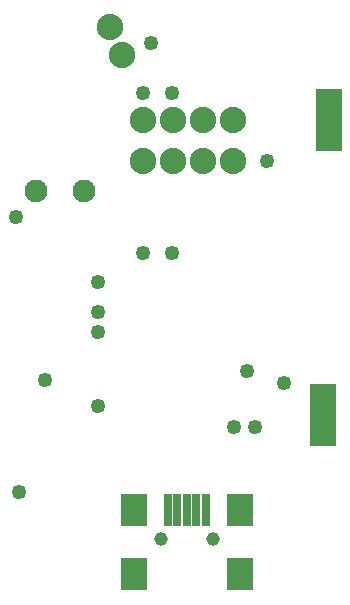
<source format=gbs>
G04 MADE WITH FRITZING*
G04 WWW.FRITZING.ORG*
G04 DOUBLE SIDED*
G04 HOLES PLATED*
G04 CONTOUR ON CENTER OF CONTOUR VECTOR*
%ASAXBY*%
%FSLAX23Y23*%
%MOIN*%
%OFA0B0*%
%SFA1.0B1.0*%
%ADD10C,0.045433*%
%ADD11C,0.049370*%
%ADD12C,0.088000*%
%ADD13C,0.076000*%
%ADD14R,0.029685X0.108425*%
%ADD15R,0.088740X0.108425*%
%ADD16R,0.088740X0.206850*%
%LNMASK0*%
G90*
G70*
G54D10*
X1111Y198D03*
X938Y198D03*
X1111Y198D03*
X938Y198D03*
X1111Y198D03*
X938Y198D03*
G54D11*
X729Y641D03*
X464Y355D03*
X906Y1851D03*
X975Y1684D03*
X877Y1684D03*
X975Y1152D03*
X877Y1152D03*
X454Y1271D03*
X552Y729D03*
X1349Y719D03*
X1251Y572D03*
X1182Y572D03*
X729Y1054D03*
X729Y956D03*
X1224Y759D03*
X729Y887D03*
X1290Y1458D03*
G54D12*
X877Y1595D03*
X977Y1595D03*
X1077Y1595D03*
X1177Y1595D03*
X877Y1459D03*
X977Y1459D03*
X1077Y1459D03*
X1177Y1459D03*
X808Y1812D03*
X767Y1903D03*
G54D13*
X523Y1359D03*
X680Y1359D03*
G54D14*
X1025Y296D03*
X1056Y296D03*
X962Y296D03*
X993Y296D03*
G54D15*
X847Y80D03*
X1202Y80D03*
X847Y296D03*
X1202Y296D03*
G54D14*
X1088Y296D03*
G54D16*
X1497Y1595D03*
X1477Y611D03*
G04 End of Mask0*
M02*
</source>
